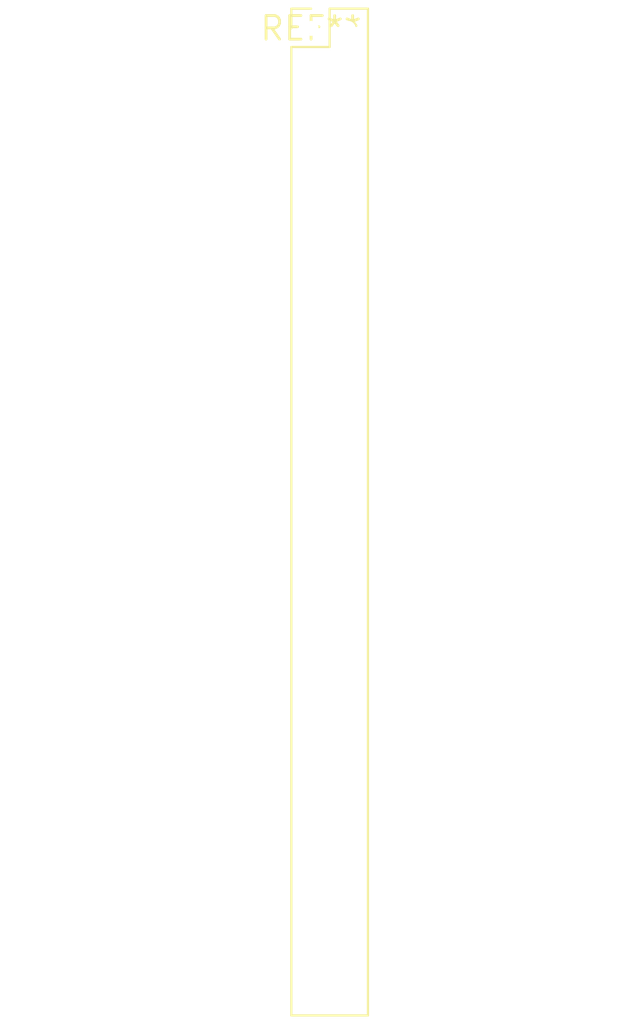
<source format=kicad_pcb>
(kicad_pcb (version 20240108) (generator pcbnew)
  (layers (0 "F.Cu" signal) (31 "B.Cu" signal) (34 "B.Paste" user) (35 "F.Paste" user) (36 "B.SilkS" user "B.Silkscreen") (37 "F.SilkS" user "F.Silkscreen") (38 "B.Mask" user) (39 "F.Mask" user) (44 "Edge.Cuts" user))
  (net 0 "")
  (footprint "PinHeader_2x27_P2.00mm_Vertical" (layer "F.Cu") (at 0 0)
    (property "Reference" "REF**")
    (property "Value" "PinHeader_2x27_P2.00mm_Vertical")
    (fp_line (start -1.06 -1.06) (end 0 -1.06) (layer "F.SilkS") (stroke (width 0.12)))
    (fp_line (start -1.06 0) (end -1.06 -1.06) (layer "F.SilkS") (stroke (width 0.12)))
    (fp_line (start -1.06 1) (end -1.06 53.06) (layer "F.SilkS") (stroke (width 0.12)))
    (fp_line (start -1.06 1) (end 1 1) (layer "F.SilkS") (stroke (width 0.12)))
    (fp_line (start -1.06 53.06) (end 3.06 53.06) (layer "F.SilkS") (stroke (width 0.12)))
    (fp_line (start 1 -1.06) (end 3.06 -1.06) (layer "F.SilkS") (stroke (width 0.12)))
    (fp_line (start 1 1) (end 1 -1.06) (layer "F.SilkS") (stroke (width 0.12)))
    (fp_line (start 3.06 -1.06) (end 3.06 53.06) (layer "F.SilkS") (stroke (width 0.12)))
    (pad "1" thru_hole rect (at 0 0) (size 1.35 1.35) (drill 0.8) (layers *.Cu *.Mask) (remove_unused_layers))
    (pad "2" thru_hole oval (at 2 0) (size 1.35 1.35) (drill 0.8) (layers *.Cu *.Mask) (remove_unused_layers))
    (pad "3" thru_hole oval (at 0 2) (size 1.35 1.35) (drill 0.8) (layers *.Cu *.Mask) (remove_unused_layers))
    (pad "4" thru_hole oval (at 2 2) (size 1.35 1.35) (drill 0.8) (layers *.Cu *.Mask) (remove_unused_layers))
    (pad "5" thru_hole oval (at 0 4) (size 1.35 1.35) (drill 0.8) (layers *.Cu *.Mask) (remove_unused_layers))
    (pad "6" thru_hole oval (at 2 4) (size 1.35 1.35) (drill 0.8) (layers *.Cu *.Mask) (remove_unused_layers))
    (pad "7" thru_hole oval (at 0 6) (size 1.35 1.35) (drill 0.8) (layers *.Cu *.Mask) (remove_unused_layers))
    (pad "8" thru_hole oval (at 2 6) (size 1.35 1.35) (drill 0.8) (layers *.Cu *.Mask) (remove_unused_layers))
    (pad "9" thru_hole oval (at 0 8) (size 1.35 1.35) (drill 0.8) (layers *.Cu *.Mask) (remove_unused_layers))
    (pad "10" thru_hole oval (at 2 8) (size 1.35 1.35) (drill 0.8) (layers *.Cu *.Mask) (remove_unused_layers))
    (pad "11" thru_hole oval (at 0 10) (size 1.35 1.35) (drill 0.8) (layers *.Cu *.Mask) (remove_unused_layers))
    (pad "12" thru_hole oval (at 2 10) (size 1.35 1.35) (drill 0.8) (layers *.Cu *.Mask) (remove_unused_layers))
    (pad "13" thru_hole oval (at 0 12) (size 1.35 1.35) (drill 0.8) (layers *.Cu *.Mask) (remove_unused_layers))
    (pad "14" thru_hole oval (at 2 12) (size 1.35 1.35) (drill 0.8) (layers *.Cu *.Mask) (remove_unused_layers))
    (pad "15" thru_hole oval (at 0 14) (size 1.35 1.35) (drill 0.8) (layers *.Cu *.Mask) (remove_unused_layers))
    (pad "16" thru_hole oval (at 2 14) (size 1.35 1.35) (drill 0.8) (layers *.Cu *.Mask) (remove_unused_layers))
    (pad "17" thru_hole oval (at 0 16) (size 1.35 1.35) (drill 0.8) (layers *.Cu *.Mask) (remove_unused_layers))
    (pad "18" thru_hole oval (at 2 16) (size 1.35 1.35) (drill 0.8) (layers *.Cu *.Mask) (remove_unused_layers))
    (pad "19" thru_hole oval (at 0 18) (size 1.35 1.35) (drill 0.8) (layers *.Cu *.Mask) (remove_unused_layers))
    (pad "20" thru_hole oval (at 2 18) (size 1.35 1.35) (drill 0.8) (layers *.Cu *.Mask) (remove_unused_layers))
    (pad "21" thru_hole oval (at 0 20) (size 1.35 1.35) (drill 0.8) (layers *.Cu *.Mask) (remove_unused_layers))
    (pad "22" thru_hole oval (at 2 20) (size 1.35 1.35) (drill 0.8) (layers *.Cu *.Mask) (remove_unused_layers))
    (pad "23" thru_hole oval (at 0 22) (size 1.35 1.35) (drill 0.8) (layers *.Cu *.Mask) (remove_unused_layers))
    (pad "24" thru_hole oval (at 2 22) (size 1.35 1.35) (drill 0.8) (layers *.Cu *.Mask) (remove_unused_layers))
    (pad "25" thru_hole oval (at 0 24) (size 1.35 1.35) (drill 0.8) (layers *.Cu *.Mask) (remove_unused_layers))
    (pad "26" thru_hole oval (at 2 24) (size 1.35 1.35) (drill 0.8) (layers *.Cu *.Mask) (remove_unused_layers))
    (pad "27" thru_hole oval (at 0 26) (size 1.35 1.35) (drill 0.8) (layers *.Cu *.Mask) (remove_unused_layers))
    (pad "28" thru_hole oval (at 2 26) (size 1.35 1.35) (drill 0.8) (layers *.Cu *.Mask) (remove_unused_layers))
    (pad "29" thru_hole oval (at 0 28) (size 1.35 1.35) (drill 0.8) (layers *.Cu *.Mask) (remove_unused_layers))
    (pad "30" thru_hole oval (at 2 28) (size 1.35 1.35) (drill 0.8) (layers *.Cu *.Mask) (remove_unused_layers))
    (pad "31" thru_hole oval (at 0 30) (size 1.35 1.35) (drill 0.8) (layers *.Cu *.Mask) (remove_unused_layers))
    (pad "32" thru_hole oval (at 2 30) (size 1.35 1.35) (drill 0.8) (layers *.Cu *.Mask) (remove_unused_layers))
    (pad "33" thru_hole oval (at 0 32) (size 1.35 1.35) (drill 0.8) (layers *.Cu *.Mask) (remove_unused_layers))
    (pad "34" thru_hole oval (at 2 32) (size 1.35 1.35) (drill 0.8) (layers *.Cu *.Mask) (remove_unused_layers))
    (pad "35" thru_hole oval (at 0 34) (size 1.35 1.35) (drill 0.8) (layers *.Cu *.Mask) (remove_unused_layers))
    (pad "36" thru_hole oval (at 2 34) (size 1.35 1.35) (drill 0.8) (layers *.Cu *.Mask) (remove_unused_layers))
    (pad "37" thru_hole oval (at 0 36) (size 1.35 1.35) (drill 0.8) (layers *.Cu *.Mask) (remove_unused_layers))
    (pad "38" thru_hole oval (at 2 36) (size 1.35 1.35) (drill 0.8) (layers *.Cu *.Mask) (remove_unused_layers))
    (pad "39" thru_hole oval (at 0 38) (size 1.35 1.35) (drill 0.8) (layers *.Cu *.Mask) (remove_unused_layers))
    (pad "40" thru_hole oval (at 2 38) (size 1.35 1.35) (drill 0.8) (layers *.Cu *.Mask) (remove_unused_layers))
    (pad "41" thru_hole oval (at 0 40) (size 1.35 1.35) (drill 0.8) (layers *.Cu *.Mask) (remove_unused_layers))
    (pad "42" thru_hole oval (at 2 40) (size 1.35 1.35) (drill 0.8) (layers *.Cu *.Mask) (remove_unused_layers))
    (pad "43" thru_hole oval (at 0 42) (size 1.35 1.35) (drill 0.8) (layers *.Cu *.Mask) (remove_unused_layers))
    (pad "44" thru_hole oval (at 2 42) (size 1.35 1.35) (drill 0.8) (layers *.Cu *.Mask) (remove_unused_layers))
    (pad "45" thru_hole oval (at 0 44) (size 1.35 1.35) (drill 0.8) (layers *.Cu *.Mask) (remove_unused_layers))
    (pad "46" thru_hole oval (at 2 44) (size 1.35 1.35) (drill 0.8) (layers *.Cu *.Mask) (remove_unused_layers))
    (pad "47" thru_hole oval (at 0 46) (size 1.35 1.35) (drill 0.8) (layers *.Cu *.Mask) (remove_unused_layers))
    (pad "48" thru_hole oval (at 2 46) (size 1.35 1.35) (drill 0.8) (layers *.Cu *.Mask) (remove_unused_layers))
    (pad "49" thru_hole oval (at 0 48) (size 1.35 1.35) (drill 0.8) (layers *.Cu *.Mask) (remove_unused_layers))
    (pad "50" thru_hole oval (at 2 48) (size 1.35 1.35) (drill 0.8) (layers *.Cu *.Mask) (remove_unused_layers))
    (pad "51" thru_hole oval (at 0 50) (size 1.35 1.35) (drill 0.8) (layers *.Cu *.Mask) (remove_unused_layers))
    (pad "52" thru_hole oval (at 2 50) (size 1.35 1.35) (drill 0.8) (layers *.Cu *.Mask) (remove_unused_layers))
    (pad "53" thru_hole oval (at 0 52) (size 1.35 1.35) (drill 0.8) (layers *.Cu *.Mask) (remove_unused_layers))
    (pad "54" thru_hole oval (at 2 52) (size 1.35 1.35) (drill 0.8) (layers *.Cu *.Mask) (remove_unused_layers))
  )
)
</source>
